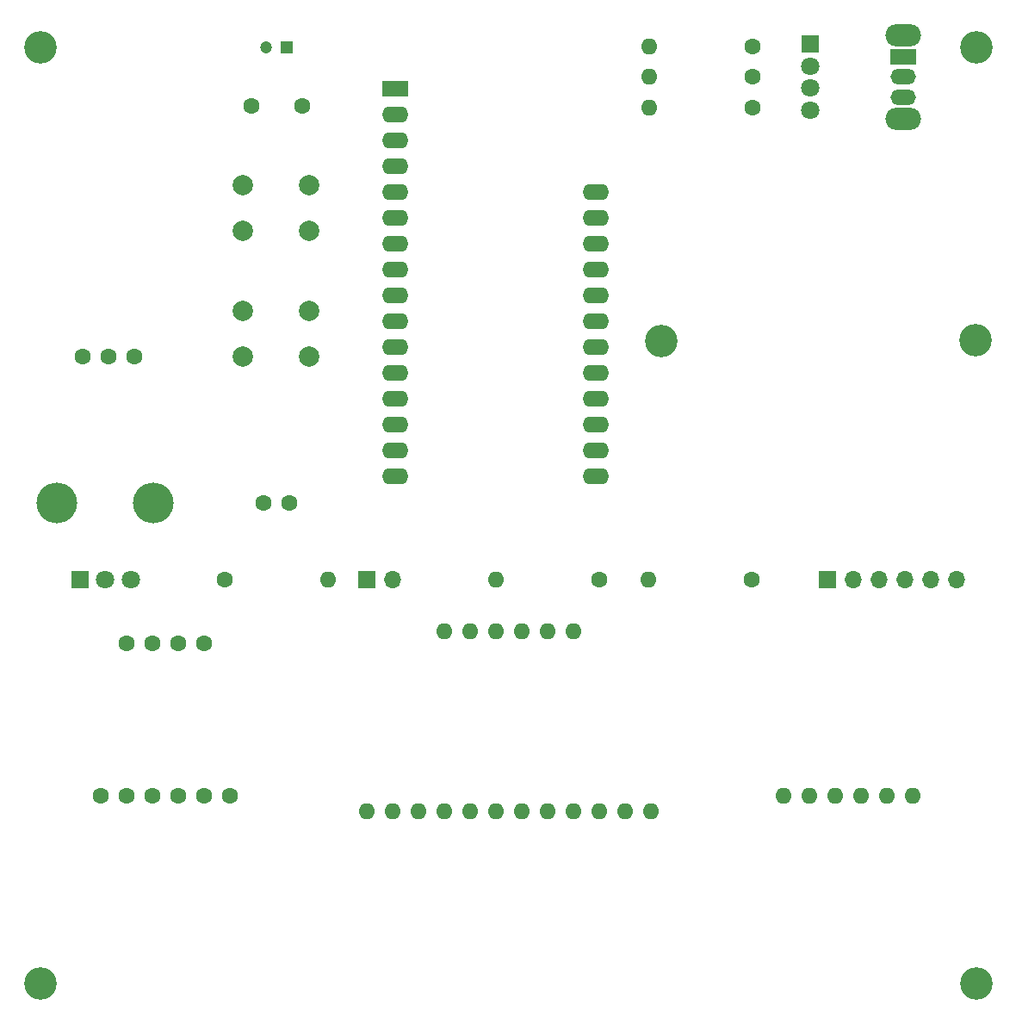
<source format=gbs>
G04 #@! TF.GenerationSoftware,KiCad,Pcbnew,8.0.8*
G04 #@! TF.CreationDate,2025-02-17T18:47:29+01:00*
G04 #@! TF.ProjectId,tesi,74657369-2e6b-4696-9361-645f70636258,rev?*
G04 #@! TF.SameCoordinates,Original*
G04 #@! TF.FileFunction,Soldermask,Bot*
G04 #@! TF.FilePolarity,Negative*
%FSLAX46Y46*%
G04 Gerber Fmt 4.6, Leading zero omitted, Abs format (unit mm)*
G04 Created by KiCad (PCBNEW 8.0.8) date 2025-02-17 18:47:29*
%MOMM*%
%LPD*%
G01*
G04 APERTURE LIST*
G04 Aperture macros list*
%AMRoundRect*
0 Rectangle with rounded corners*
0 $1 Rounding radius*
0 $2 $3 $4 $5 $6 $7 $8 $9 X,Y pos of 4 corners*
0 Add a 4 corners polygon primitive as box body*
4,1,4,$2,$3,$4,$5,$6,$7,$8,$9,$2,$3,0*
0 Add four circle primitives for the rounded corners*
1,1,$1+$1,$2,$3*
1,1,$1+$1,$4,$5*
1,1,$1+$1,$6,$7*
1,1,$1+$1,$8,$9*
0 Add four rect primitives between the rounded corners*
20,1,$1+$1,$2,$3,$4,$5,0*
20,1,$1+$1,$4,$5,$6,$7,0*
20,1,$1+$1,$6,$7,$8,$9,0*
20,1,$1+$1,$8,$9,$2,$3,0*%
G04 Aperture macros list end*
%ADD10C,1.600000*%
%ADD11O,1.600000X1.600000*%
%ADD12RoundRect,0.250000X-1.050000X-0.550000X1.050000X-0.550000X1.050000X0.550000X-1.050000X0.550000X0*%
%ADD13O,2.600000X1.600000*%
%ADD14C,3.200000*%
%ADD15R,1.700000X1.700000*%
%ADD16O,1.700000X1.700000*%
%ADD17R,1.200000X1.200000*%
%ADD18C,1.200000*%
%ADD19R,1.800000X1.800000*%
%ADD20C,1.800000*%
%ADD21C,2.000000*%
%ADD22O,3.500000X2.200000*%
%ADD23R,2.500000X1.500000*%
%ADD24O,2.500000X1.500000*%
%ADD25O,4.000000X4.000000*%
G04 APERTURE END LIST*
D10*
X124625504Y-40100000D03*
D11*
X114465504Y-40100000D03*
D12*
X89503759Y-41240485D03*
D13*
X89503759Y-43780485D03*
X89503759Y-46320485D03*
X89503759Y-48860485D03*
X89503759Y-51400485D03*
X89503759Y-53940485D03*
X89503759Y-56480485D03*
X89503759Y-59020485D03*
X89503759Y-61560485D03*
X89503759Y-64100485D03*
X89503759Y-66640485D03*
X89503759Y-69180485D03*
X89503759Y-71720485D03*
X89503759Y-74260485D03*
X89503759Y-76800485D03*
X89503759Y-79340485D03*
X109223759Y-79340485D03*
X109223759Y-76800485D03*
X109223759Y-74260485D03*
X109223759Y-71720485D03*
X109223759Y-69180485D03*
X109223759Y-66640485D03*
X109223759Y-64100485D03*
X109223759Y-61560485D03*
X109223759Y-59020485D03*
X109223759Y-56480485D03*
X109223759Y-53940485D03*
X109223759Y-51400485D03*
D10*
X65640000Y-110800485D03*
X60560000Y-110800485D03*
X63100000Y-110800485D03*
X70750000Y-95800485D03*
X68210000Y-95800485D03*
X73260000Y-110800485D03*
X63130000Y-95800485D03*
X65670000Y-95800485D03*
X68180000Y-110800485D03*
X70720000Y-110800485D03*
X109600000Y-89505774D03*
D11*
X99440000Y-89505774D03*
X94363759Y-94550485D03*
X96903759Y-94550485D03*
X99443759Y-94550485D03*
X101983759Y-94550485D03*
X104523759Y-94550485D03*
X107063759Y-94550485D03*
X86723759Y-112300485D03*
X89263759Y-112300485D03*
X91803759Y-112300485D03*
X94343759Y-112300485D03*
X96883759Y-112300485D03*
X99423759Y-112300485D03*
X101963759Y-112300485D03*
X104503759Y-112300485D03*
X107043759Y-112300485D03*
X109583759Y-112300485D03*
X112123759Y-112300485D03*
X114663759Y-112300485D03*
D10*
X79121879Y-82000000D03*
X76581879Y-82000000D03*
D11*
X114440000Y-89500000D03*
D10*
X124600000Y-89500000D03*
D14*
X115657580Y-66042387D03*
D10*
X124625504Y-43100000D03*
D11*
X114465504Y-43100000D03*
D15*
X132000000Y-89475000D03*
D16*
X134540000Y-89475000D03*
X137080000Y-89475000D03*
X139620000Y-89475000D03*
X142160000Y-89475000D03*
X144700000Y-89475000D03*
D17*
X78851879Y-37198932D03*
D18*
X76851879Y-37198932D03*
D10*
X63850000Y-67559311D03*
X61310000Y-67559311D03*
X58770000Y-67559311D03*
D19*
X130300000Y-36850485D03*
D20*
X130300000Y-39009485D03*
X130300000Y-41168485D03*
X130300000Y-43327485D03*
D21*
X81055544Y-55230742D03*
X74555544Y-55230742D03*
X81055544Y-50730742D03*
X74555544Y-50730742D03*
D14*
X146639735Y-37198932D03*
X54639735Y-37198932D03*
D15*
X86710000Y-89475000D03*
D16*
X89250000Y-89475000D03*
D22*
X139500000Y-35990485D03*
X139500000Y-44190485D03*
D23*
X139500000Y-38090485D03*
D24*
X139500000Y-40090485D03*
X139500000Y-42090485D03*
D14*
X146563358Y-66000000D03*
X146639735Y-129198932D03*
D11*
X127740000Y-110727696D03*
X130280000Y-110727696D03*
X132820000Y-110727696D03*
X135360000Y-110727696D03*
X137900000Y-110727696D03*
X140440000Y-110727696D03*
D14*
X54639735Y-129198932D03*
D10*
X80351879Y-42910485D03*
X75351879Y-42910485D03*
X72771879Y-89500000D03*
D11*
X82931879Y-89500000D03*
D10*
X124625504Y-37100000D03*
D11*
X114465504Y-37100000D03*
D21*
X81019506Y-67600000D03*
X74519506Y-67600000D03*
X81019506Y-63100000D03*
X74519506Y-63100000D03*
D25*
X56250000Y-82000000D03*
X65750000Y-82000000D03*
D19*
X58500000Y-89500000D03*
D20*
X61000000Y-89500000D03*
X63500000Y-89500000D03*
M02*

</source>
